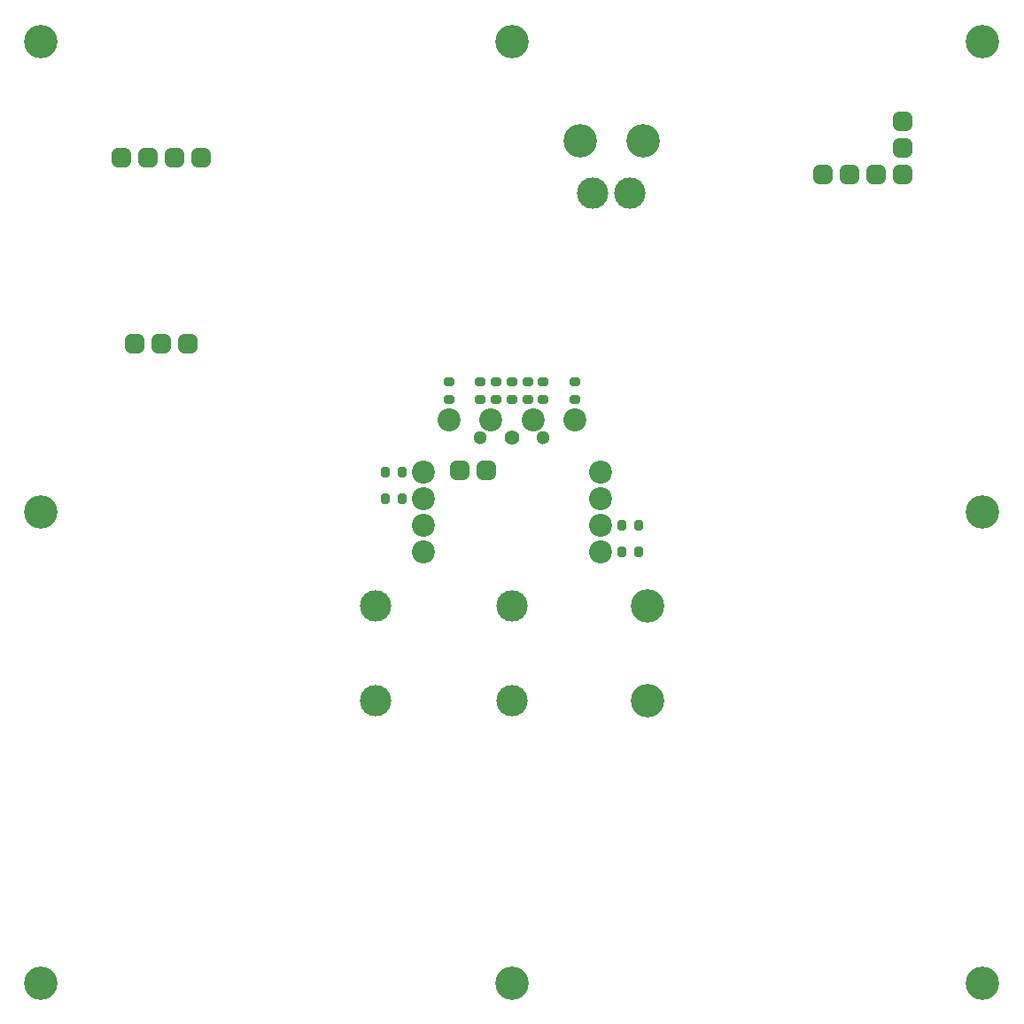
<source format=gbr>
%TF.GenerationSoftware,KiCad,Pcbnew,7.0.2-6a45011f42~172~ubuntu22.04.1*%
%TF.CreationDate,2023-05-30T13:32:28+12:00*%
%TF.ProjectId,THE_BRAWN-20A_POWER_FIXTURE,5448455f-4252-4415-974e-2d3230415f50,v1.0*%
%TF.SameCoordinates,Original*%
%TF.FileFunction,Soldermask,Bot*%
%TF.FilePolarity,Negative*%
%FSLAX46Y46*%
G04 Gerber Fmt 4.6, Leading zero omitted, Abs format (unit mm)*
G04 Created by KiCad (PCBNEW 7.0.2-6a45011f42~172~ubuntu22.04.1) date 2023-05-30 13:32:28*
%MOMM*%
%LPD*%
G01*
G04 APERTURE LIST*
G04 Aperture macros list*
%AMRoundRect*
0 Rectangle with rounded corners*
0 $1 Rounding radius*
0 $2 $3 $4 $5 $6 $7 $8 $9 X,Y pos of 4 corners*
0 Add a 4 corners polygon primitive as box body*
4,1,4,$2,$3,$4,$5,$6,$7,$8,$9,$2,$3,0*
0 Add four circle primitives for the rounded corners*
1,1,$1+$1,$2,$3*
1,1,$1+$1,$4,$5*
1,1,$1+$1,$6,$7*
1,1,$1+$1,$8,$9*
0 Add four rect primitives between the rounded corners*
20,1,$1+$1,$2,$3,$4,$5,0*
20,1,$1+$1,$4,$5,$6,$7,0*
20,1,$1+$1,$6,$7,$8,$9,0*
20,1,$1+$1,$8,$9,$2,$3,0*%
G04 Aperture macros list end*
%ADD10C,1.300000*%
%ADD11C,2.200000*%
%ADD12C,1.400000*%
%ADD13RoundRect,0.450000X0.450000X-0.450000X0.450000X0.450000X-0.450000X0.450000X-0.450000X-0.450000X0*%
%ADD14C,3.200000*%
%ADD15C,3.000000*%
%ADD16RoundRect,0.200000X0.275000X-0.200000X0.275000X0.200000X-0.275000X0.200000X-0.275000X-0.200000X0*%
%ADD17RoundRect,0.200000X-0.200000X-0.275000X0.200000X-0.275000X0.200000X0.275000X-0.200000X0.275000X0*%
%ADD18RoundRect,0.450000X0.450000X0.450000X-0.450000X0.450000X-0.450000X-0.450000X0.450000X-0.450000X0*%
G04 APERTURE END LIST*
D10*
%TO.C,TP13*%
X223000000Y-132900000D03*
%TD*%
%TO.C,TP5*%
X217000000Y-132900000D03*
%TD*%
D11*
%TO.C,TP6*%
X214000000Y-131200000D03*
%TD*%
%TO.C,TP7*%
X218000000Y-131200000D03*
%TD*%
%TO.C,TP11*%
X222000000Y-131200000D03*
%TD*%
%TO.C,TP12*%
X226000000Y-131200000D03*
%TD*%
D12*
%TO.C,TP10*%
X220000000Y-132900000D03*
%TD*%
D13*
%TO.C,J5*%
X215000000Y-136000000D03*
X217540000Y-136000000D03*
%TD*%
D11*
%TO.C,TP21*%
X228500000Y-143820000D03*
%TD*%
D14*
%TO.C,M3*%
X265000000Y-185000000D03*
%TD*%
%TO.C,M5*%
X175000000Y-95000000D03*
%TD*%
%TO.C,M6*%
X265000000Y-140000000D03*
%TD*%
%TO.C,M11*%
X232500000Y-104525000D03*
%TD*%
D11*
%TO.C,TP1*%
X211500000Y-136200000D03*
%TD*%
D14*
%TO.C,M4*%
X220000000Y-95000000D03*
%TD*%
%TO.C,M15*%
X233000000Y-149000000D03*
%TD*%
%TO.C,M7*%
X175000000Y-140000000D03*
%TD*%
%TO.C,M12*%
X226500000Y-104525000D03*
%TD*%
%TO.C,M1*%
X175000000Y-185000000D03*
%TD*%
%TO.C,M2*%
X265000000Y-95000000D03*
%TD*%
D11*
%TO.C,TP19*%
X228500000Y-138740000D03*
%TD*%
D14*
%TO.C,M16*%
X233000000Y-158000000D03*
%TD*%
D11*
%TO.C,TP18*%
X228500000Y-136200000D03*
%TD*%
%TO.C,TP2*%
X211500000Y-138740000D03*
%TD*%
D14*
%TO.C,M8*%
X220000000Y-185000000D03*
%TD*%
D11*
%TO.C,TP20*%
X228500000Y-141280000D03*
%TD*%
%TO.C,TP3*%
X211500000Y-141280000D03*
%TD*%
D15*
%TO.C,TP17*%
X231250000Y-109500000D03*
%TD*%
%TO.C,TP16*%
X227750000Y-109500000D03*
%TD*%
D11*
%TO.C,TP4*%
X211500000Y-143820000D03*
%TD*%
D16*
%TO.C,R8*%
X220000000Y-127575000D03*
X220000000Y-129225000D03*
%TD*%
%TO.C,R3*%
X218500000Y-127575000D03*
X218500000Y-129225000D03*
%TD*%
D13*
%TO.C,J3*%
X190310000Y-106110000D03*
X187770000Y-106110000D03*
X185230000Y-106110000D03*
X182690000Y-106110000D03*
%TD*%
D17*
%TO.C,R14*%
X230475000Y-141280000D03*
X232125000Y-141280000D03*
%TD*%
%TO.C,R1*%
X207875000Y-136200000D03*
X209525000Y-136200000D03*
%TD*%
D16*
%TO.C,R10*%
X226000000Y-129225000D03*
X226000000Y-127575000D03*
%TD*%
D13*
%TO.C,J2*%
X254770000Y-107769500D03*
X252230000Y-107769500D03*
X249690000Y-107769500D03*
%TD*%
D16*
%TO.C,R11*%
X221500000Y-127575000D03*
X221500000Y-129225000D03*
%TD*%
%TO.C,R4*%
X214000000Y-129225000D03*
X214000000Y-127575000D03*
%TD*%
D17*
%TO.C,R15*%
X230475000Y-143820000D03*
X232125000Y-143820000D03*
%TD*%
D16*
%TO.C,R7*%
X217000000Y-127575000D03*
X217000000Y-129225000D03*
%TD*%
D18*
%TO.C,J1*%
X257310000Y-102689500D03*
X257310000Y-105229500D03*
X257310000Y-107769500D03*
%TD*%
D16*
%TO.C,R9*%
X223000000Y-127575000D03*
X223000000Y-129225000D03*
%TD*%
D17*
%TO.C,R2*%
X207875000Y-138740000D03*
X209525000Y-138740000D03*
%TD*%
D13*
%TO.C,J4*%
X189040000Y-123890000D03*
X186500000Y-123890000D03*
X183960000Y-123890000D03*
%TD*%
D15*
%TO.C,M13*%
X220000000Y-149000000D03*
%TD*%
%TO.C,M10*%
X207000000Y-149000000D03*
%TD*%
%TO.C,M9*%
X220000000Y-158000000D03*
%TD*%
%TO.C,M14*%
X207000000Y-158000000D03*
%TD*%
M02*

</source>
